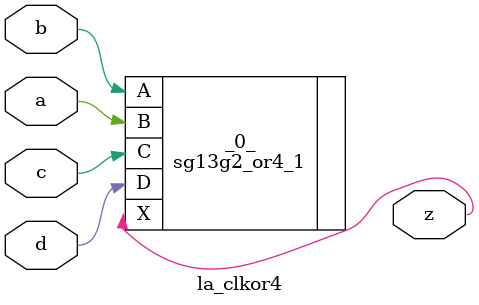
<source format=v>

/* Generated by Yosys 0.44 (git sha1 80ba43d26, g++ 11.4.0-1ubuntu1~22.04 -fPIC -O3) */

(* top =  1  *)
(* src = "generated" *)
(* keep_hierarchy *)
module la_clkor4 (
    a,
    b,
    c,
    d,
    z
);
  (* src = "generated" *)
  input a;
  wire a;
  (* src = "generated" *)
  input b;
  wire b;
  (* src = "generated" *)
  input c;
  wire c;
  (* src = "generated" *)
  input d;
  wire d;
  (* src = "generated" *)
  output z;
  wire z;
  sg13g2_or4_1 _0_ (
      .A(b),
      .B(a),
      .C(c),
      .D(d),
      .X(z)
  );
endmodule

</source>
